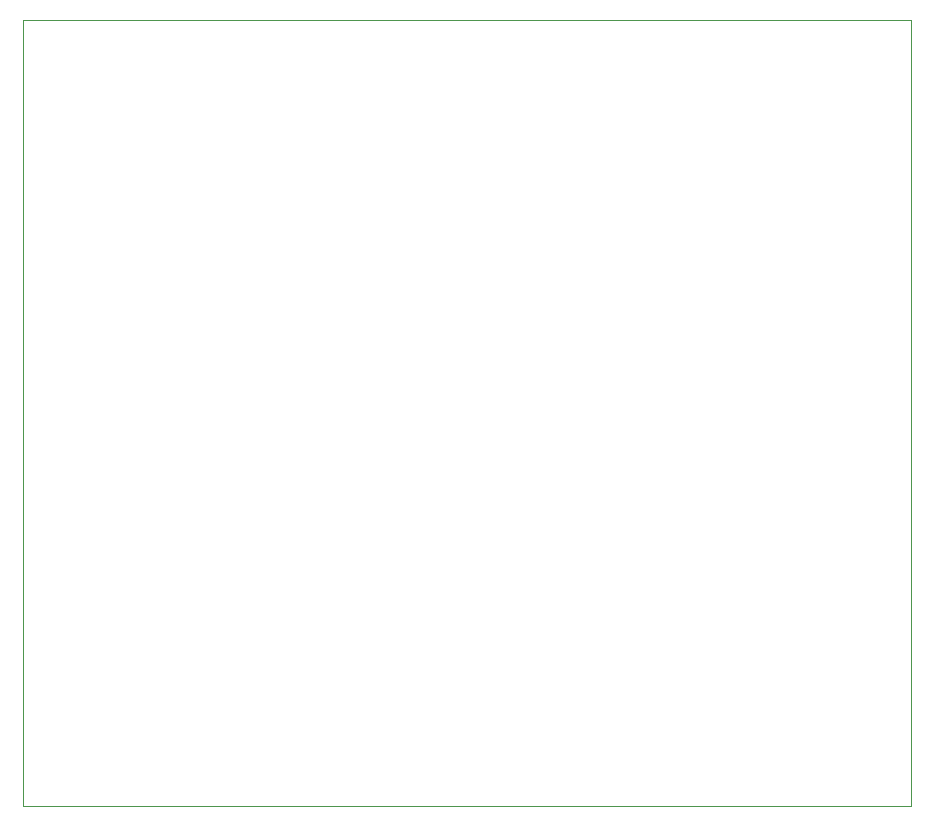
<source format=gbr>
%TF.GenerationSoftware,KiCad,Pcbnew,(5.99.0-13096-g792a8dca9d)*%
%TF.CreationDate,2021-11-07T07:43:55+01:00*%
%TF.ProjectId,wpcpowermon,77706370-6f77-4657-926d-6f6e2e6b6963,rev?*%
%TF.SameCoordinates,Original*%
%TF.FileFunction,Profile,NP*%
%FSLAX46Y46*%
G04 Gerber Fmt 4.6, Leading zero omitted, Abs format (unit mm)*
G04 Created by KiCad (PCBNEW (5.99.0-13096-g792a8dca9d)) date 2021-11-07 07:43:55*
%MOMM*%
%LPD*%
G01*
G04 APERTURE LIST*
%TA.AperFunction,Profile*%
%ADD10C,0.100000*%
%TD*%
G04 APERTURE END LIST*
D10*
X80264000Y-61468000D02*
X155448000Y-61468000D01*
X155448000Y-61468000D02*
X155448000Y-128016000D01*
X155448000Y-128016000D02*
X80264000Y-128016000D01*
X80264000Y-128016000D02*
X80264000Y-61468000D01*
M02*

</source>
